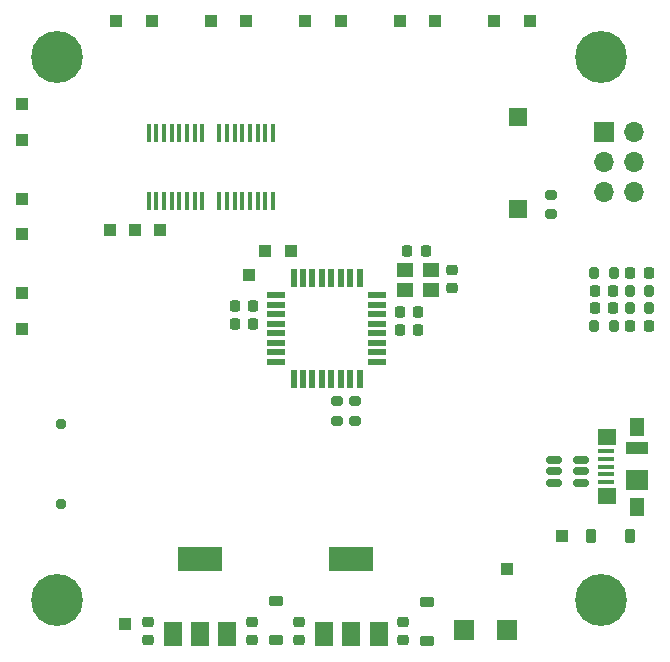
<source format=gbr>
%TF.GenerationSoftware,KiCad,Pcbnew,(7.0.0)*%
%TF.CreationDate,2024-01-17T09:10:34+05:30*%
%TF.ProjectId,Temperature Thing With Thermocouple,54656d70-6572-4617-9475-726520546869,rev?*%
%TF.SameCoordinates,Original*%
%TF.FileFunction,Soldermask,Top*%
%TF.FilePolarity,Negative*%
%FSLAX46Y46*%
G04 Gerber Fmt 4.6, Leading zero omitted, Abs format (unit mm)*
G04 Created by KiCad (PCBNEW (7.0.0)) date 2024-01-17 09:10:34*
%MOMM*%
%LPD*%
G01*
G04 APERTURE LIST*
G04 Aperture macros list*
%AMRoundRect*
0 Rectangle with rounded corners*
0 $1 Rounding radius*
0 $2 $3 $4 $5 $6 $7 $8 $9 X,Y pos of 4 corners*
0 Add a 4 corners polygon primitive as box body*
4,1,4,$2,$3,$4,$5,$6,$7,$8,$9,$2,$3,0*
0 Add four circle primitives for the rounded corners*
1,1,$1+$1,$2,$3*
1,1,$1+$1,$4,$5*
1,1,$1+$1,$6,$7*
1,1,$1+$1,$8,$9*
0 Add four rect primitives between the rounded corners*
20,1,$1+$1,$2,$3,$4,$5,0*
20,1,$1+$1,$4,$5,$6,$7,0*
20,1,$1+$1,$6,$7,$8,$9,0*
20,1,$1+$1,$8,$9,$2,$3,0*%
G04 Aperture macros list end*
%ADD10R,1.000000X1.000000*%
%ADD11R,1.500000X2.000000*%
%ADD12R,3.800000X2.000000*%
%ADD13C,0.700000*%
%ADD14C,4.400000*%
%ADD15RoundRect,0.225000X0.375000X-0.225000X0.375000X0.225000X-0.375000X0.225000X-0.375000X-0.225000X0*%
%ADD16RoundRect,0.218750X0.218750X0.256250X-0.218750X0.256250X-0.218750X-0.256250X0.218750X-0.256250X0*%
%ADD17RoundRect,0.200000X0.275000X-0.200000X0.275000X0.200000X-0.275000X0.200000X-0.275000X-0.200000X0*%
%ADD18RoundRect,0.225000X-0.250000X0.225000X-0.250000X-0.225000X0.250000X-0.225000X0.250000X0.225000X0*%
%ADD19RoundRect,0.225000X-0.225000X-0.250000X0.225000X-0.250000X0.225000X0.250000X-0.225000X0.250000X0*%
%ADD20R,0.450000X1.600000*%
%ADD21RoundRect,0.200000X-0.200000X-0.275000X0.200000X-0.275000X0.200000X0.275000X-0.200000X0.275000X0*%
%ADD22R,1.700000X1.700000*%
%ADD23RoundRect,0.200000X0.200000X0.275000X-0.200000X0.275000X-0.200000X-0.275000X0.200000X-0.275000X0*%
%ADD24RoundRect,0.200000X-0.275000X0.200000X-0.275000X-0.200000X0.275000X-0.200000X0.275000X0.200000X0*%
%ADD25R,1.380000X0.450000*%
%ADD26R,1.300000X1.650000*%
%ADD27R,1.550000X1.425000*%
%ADD28R,1.900000X1.800000*%
%ADD29R,1.900000X1.000000*%
%ADD30RoundRect,0.225000X0.250000X-0.225000X0.250000X0.225000X-0.250000X0.225000X-0.250000X-0.225000X0*%
%ADD31R,1.500000X0.550000*%
%ADD32R,0.550000X1.500000*%
%ADD33RoundRect,0.218750X-0.218750X-0.256250X0.218750X-0.256250X0.218750X0.256250X-0.218750X0.256250X0*%
%ADD34RoundRect,0.150000X-0.512500X-0.150000X0.512500X-0.150000X0.512500X0.150000X-0.512500X0.150000X0*%
%ADD35R,1.500000X1.500000*%
%ADD36O,1.700000X1.700000*%
%ADD37R,1.400000X1.200000*%
%ADD38RoundRect,0.225000X-0.375000X0.225000X-0.375000X-0.225000X0.375000X-0.225000X0.375000X0.225000X0*%
%ADD39RoundRect,0.225000X-0.225000X-0.375000X0.225000X-0.375000X0.225000X0.375000X-0.225000X0.375000X0*%
%ADD40RoundRect,0.225000X0.225000X0.250000X-0.225000X0.250000X-0.225000X-0.250000X0.225000X-0.250000X0*%
%ADD41C,0.950000*%
G04 APERTURE END LIST*
D10*
%TO.C,J16*%
X148699999Y-70599999D03*
%TD*%
%TO.C,J7*%
X153699999Y-70599999D03*
%TD*%
%TO.C,J3*%
X121699999Y-93599999D03*
%TD*%
D11*
%TO.C,U10*%
X147299999Y-122449999D03*
X149599999Y-122449999D03*
D12*
X149599999Y-116149999D03*
D11*
X151899999Y-122449999D03*
%TD*%
D10*
%TO.C,J14*%
X140699999Y-70599999D03*
%TD*%
%TO.C,TP8*%
X140899999Y-92099999D03*
%TD*%
D13*
%TO.C,H2*%
X169050000Y-73600000D03*
X169533274Y-72433274D03*
X169533274Y-74766726D03*
X170700000Y-71950000D03*
D14*
X170700000Y-73600000D03*
D13*
X170700000Y-75250000D03*
X171866726Y-72433274D03*
X171866726Y-74766726D03*
X172350000Y-73600000D03*
%TD*%
D15*
%TO.C,D4*%
X143200000Y-122950000D03*
X143200000Y-119650000D03*
%TD*%
D16*
%TO.C,D1*%
X174775000Y-96400000D03*
X173200000Y-96400000D03*
%TD*%
D17*
%TO.C,R10*%
X148400000Y-104425000D03*
X148400000Y-102775000D03*
%TD*%
D10*
%TO.C,TP1*%
X130399999Y-121599999D03*
%TD*%
D18*
%TO.C,C22*%
X145200000Y-121425000D03*
X145200000Y-122975000D03*
%TD*%
D10*
%TO.C,J9*%
X121699999Y-80599999D03*
%TD*%
D19*
%TO.C,C15*%
X139725000Y-96200000D03*
X141275000Y-96200000D03*
%TD*%
D10*
%TO.C,J6*%
X137699999Y-70599999D03*
%TD*%
%TO.C,J8*%
X145699999Y-70599999D03*
%TD*%
D20*
%TO.C,U4*%
X136974999Y-80024999D03*
X136324999Y-80024999D03*
X135674999Y-80024999D03*
X135024999Y-80024999D03*
X134374999Y-80024999D03*
X133724999Y-80024999D03*
X133074999Y-80024999D03*
X132424999Y-80024999D03*
X132424999Y-85774999D03*
X133074999Y-85774999D03*
X133724999Y-85774999D03*
X134374999Y-85774999D03*
X135024999Y-85774999D03*
X135674999Y-85774999D03*
X136324999Y-85774999D03*
X136974999Y-85774999D03*
%TD*%
D21*
%TO.C,R15*%
X170162500Y-91900000D03*
X171812500Y-91900000D03*
%TD*%
D18*
%TO.C,C17*%
X158100000Y-91625000D03*
X158100000Y-93175000D03*
%TD*%
D10*
%TO.C,J4*%
X129699999Y-70599999D03*
%TD*%
D22*
%TO.C,J18*%
X159099999Y-122099999D03*
%TD*%
D10*
%TO.C,TP10*%
X129199999Y-88299999D03*
%TD*%
D23*
%TO.C,R12*%
X171812500Y-96400000D03*
X170162500Y-96400000D03*
%TD*%
D24*
%TO.C,R16*%
X166500000Y-85275000D03*
X166500000Y-86925000D03*
%TD*%
D10*
%TO.C,J15*%
X156699999Y-70599999D03*
%TD*%
D25*
%TO.C,J20*%
X171139999Y-109599999D03*
X171139999Y-108949999D03*
X171139999Y-108299999D03*
X171139999Y-107649999D03*
X171139999Y-106999999D03*
D26*
X173799999Y-111674999D03*
D27*
X171224999Y-110787499D03*
D28*
X173799999Y-109449999D03*
D29*
X173799999Y-106749999D03*
D27*
X171224999Y-105812499D03*
D26*
X173799999Y-104924999D03*
%TD*%
D30*
%TO.C,C19*%
X141200000Y-122975000D03*
X141200000Y-121425000D03*
%TD*%
D10*
%TO.C,TP4*%
X142299999Y-89999999D03*
%TD*%
D13*
%TO.C,H1*%
X123050000Y-73600000D03*
X123533274Y-72433274D03*
X123533274Y-74766726D03*
X124700000Y-71950000D03*
D14*
X124700000Y-73600000D03*
D13*
X124700000Y-75250000D03*
X125866726Y-72433274D03*
X125866726Y-74766726D03*
X126350000Y-73600000D03*
%TD*%
D31*
%TO.C,U6*%
X151799999Y-99399999D03*
X151799999Y-98599999D03*
X151799999Y-97799999D03*
X151799999Y-96999999D03*
X151799999Y-96199999D03*
X151799999Y-95399999D03*
X151799999Y-94599999D03*
X151799999Y-93799999D03*
D32*
X150299999Y-92299999D03*
X149499999Y-92299999D03*
X148699999Y-92299999D03*
X147899999Y-92299999D03*
X147099999Y-92299999D03*
X146299999Y-92299999D03*
X145499999Y-92299999D03*
X144699999Y-92299999D03*
D31*
X143199999Y-93799999D03*
X143199999Y-94599999D03*
X143199999Y-95399999D03*
X143199999Y-96199999D03*
X143199999Y-96999999D03*
X143199999Y-97799999D03*
X143199999Y-98599999D03*
X143199999Y-99399999D03*
D32*
X144699999Y-100899999D03*
X145499999Y-100899999D03*
X146299999Y-100899999D03*
X147099999Y-100899999D03*
X147899999Y-100899999D03*
X148699999Y-100899999D03*
X149499999Y-100899999D03*
X150299999Y-100899999D03*
%TD*%
D10*
%TO.C,J12*%
X132699999Y-70599999D03*
%TD*%
D33*
%TO.C,D7*%
X170200000Y-94900000D03*
X171775000Y-94900000D03*
%TD*%
D10*
%TO.C,J10*%
X121699999Y-88599999D03*
%TD*%
D19*
%TO.C,C13*%
X139725000Y-94700000D03*
X141275000Y-94700000D03*
%TD*%
D18*
%TO.C,C21*%
X154000000Y-121425000D03*
X154000000Y-122975000D03*
%TD*%
D10*
%TO.C,J5*%
X161699999Y-70599999D03*
%TD*%
D34*
%TO.C,U9*%
X166762500Y-107750000D03*
X166762500Y-108700000D03*
X166762500Y-109650000D03*
X169037500Y-109650000D03*
X169037500Y-108700000D03*
X169037500Y-107750000D03*
%TD*%
D35*
%TO.C,SW1*%
X163699999Y-78699999D03*
X163699999Y-86499999D03*
%TD*%
D23*
%TO.C,R13*%
X174812500Y-93400000D03*
X173162500Y-93400000D03*
%TD*%
D22*
%TO.C,J17*%
X171024999Y-79974999D03*
D36*
X173564999Y-79974999D03*
X171024999Y-82514999D03*
X173564999Y-82514999D03*
X171024999Y-85054999D03*
X173564999Y-85054999D03*
%TD*%
D18*
%TO.C,C20*%
X132400000Y-121425000D03*
X132400000Y-122975000D03*
%TD*%
D17*
%TO.C,R11*%
X149900000Y-104425000D03*
X149900000Y-102775000D03*
%TD*%
D10*
%TO.C,TP14*%
X162799999Y-116999999D03*
%TD*%
D33*
%TO.C,D6*%
X170200000Y-93400000D03*
X171775000Y-93400000D03*
%TD*%
D16*
%TO.C,D5*%
X174775000Y-91900000D03*
X173200000Y-91900000D03*
%TD*%
D11*
%TO.C,U7*%
X134499999Y-122449999D03*
X136799999Y-122449999D03*
D12*
X136799999Y-116149999D03*
D11*
X139099999Y-122449999D03*
%TD*%
D10*
%TO.C,TP3*%
X167399999Y-114199999D03*
%TD*%
%TO.C,TP11*%
X131299999Y-88299999D03*
%TD*%
D37*
%TO.C,Y2*%
X154099999Y-93349999D03*
X156299999Y-93349999D03*
X156299999Y-91649999D03*
X154099999Y-91649999D03*
%TD*%
D38*
%TO.C,D3*%
X156000000Y-119750000D03*
X156000000Y-123050000D03*
%TD*%
D10*
%TO.C,J11*%
X121699999Y-96599999D03*
%TD*%
%TO.C,J1*%
X121699999Y-77599999D03*
%TD*%
D20*
%TO.C,U8*%
X142974999Y-80024999D03*
X142324999Y-80024999D03*
X141674999Y-80024999D03*
X141024999Y-80024999D03*
X140374999Y-80024999D03*
X139724999Y-80024999D03*
X139074999Y-80024999D03*
X138424999Y-80024999D03*
X138424999Y-85774999D03*
X139074999Y-85774999D03*
X139724999Y-85774999D03*
X140374999Y-85774999D03*
X141024999Y-85774999D03*
X141674999Y-85774999D03*
X142324999Y-85774999D03*
X142974999Y-85774999D03*
%TD*%
D19*
%TO.C,C18*%
X154325000Y-90000000D03*
X155875000Y-90000000D03*
%TD*%
D10*
%TO.C,J2*%
X121699999Y-85599999D03*
%TD*%
D23*
%TO.C,R14*%
X174812500Y-94900000D03*
X173162500Y-94900000D03*
%TD*%
D10*
%TO.C,TP12*%
X133399999Y-88299999D03*
%TD*%
D39*
%TO.C,D2*%
X169850000Y-114200000D03*
X173150000Y-114200000D03*
%TD*%
D13*
%TO.C,H4*%
X123050000Y-119600000D03*
X123533274Y-118433274D03*
X123533274Y-120766726D03*
X124700000Y-117950000D03*
D14*
X124700000Y-119600000D03*
D13*
X124700000Y-121250000D03*
X125866726Y-118433274D03*
X125866726Y-120766726D03*
X126350000Y-119600000D03*
%TD*%
D40*
%TO.C,C12*%
X155275000Y-95200000D03*
X153725000Y-95200000D03*
%TD*%
D10*
%TO.C,TP2*%
X144499999Y-89999999D03*
%TD*%
D13*
%TO.C,H3*%
X169050000Y-119600000D03*
X169533274Y-118433274D03*
X169533274Y-120766726D03*
X170700000Y-117950000D03*
D14*
X170700000Y-119600000D03*
D13*
X170700000Y-121250000D03*
X171866726Y-118433274D03*
X171866726Y-120766726D03*
X172350000Y-119600000D03*
%TD*%
D10*
%TO.C,J13*%
X164699999Y-70599999D03*
%TD*%
D22*
%TO.C,J19*%
X162799999Y-122099999D03*
%TD*%
D40*
%TO.C,C14*%
X155275000Y-96700000D03*
X153725000Y-96700000D03*
%TD*%
D41*
%TO.C,U5*%
X125005000Y-111500000D03*
X125005000Y-104700000D03*
%TD*%
M02*

</source>
